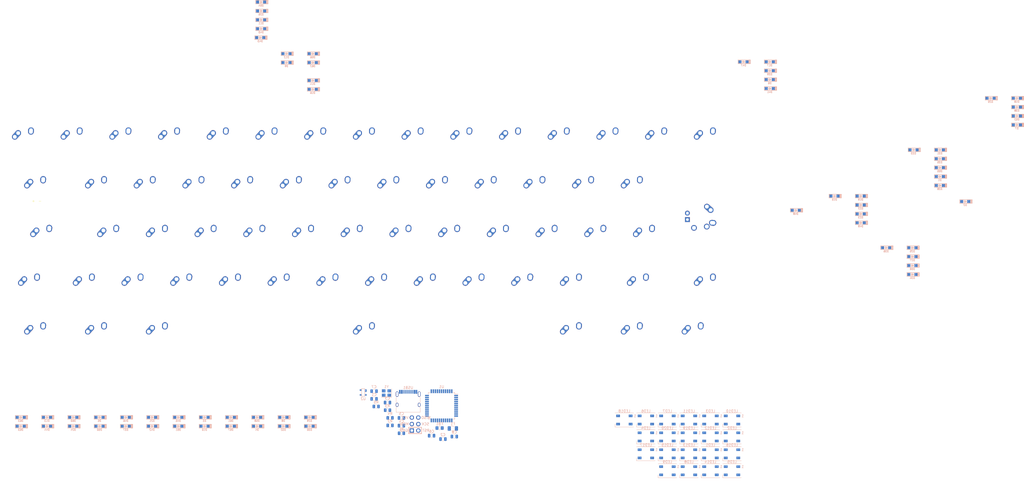
<source format=kicad_pcb>
(kicad_pcb (version 20211014) (generator pcbnew)
  (layers (0 "F.Cu" signal) (31 "B.Cu" signal) (34 "B.Paste" user) (35 "F.Paste" user) (36 "B.SilkS" user "B.Silkscreen") (37 "F.SilkS" user "F.Silkscreen") (38 "B.Mask" user) (39 "F.Mask" user) (44 "Edge.Cuts" user))
  (net 0 "")
  (net 14 "Net-(C7-Pad2)")
  (net 16 "ROW1")
  (net 17 "Net-(D1-Pad2)")
  (net 18 "Net-(D2-Pad2)")
  (net 19 "Net-(D3-Pad2)")
  (net 20 "Net-(D4-Pad2)")
  (net 21 "Net-(D5-Pad2)")
  (net 22 "Net-(D6-Pad2)")
  (net 23 "Net-(D7-Pad2)")
  (net 24 "Net-(D8-Pad2)")
  (net 25 "Net-(D9-Pad2)")
  (net 26 "Net-(D10-Pad2)")
  (net 27 "Net-(D11-Pad2)")
  (net 28 "Net-(D12-Pad2)")
  (net 29 "Net-(D13-Pad2)")
  (net 30 "Net-(D14-Pad2)")
  (net 31 "Net-(D15-Pad2)")
  (net 32 "ROW2")
  (net 33 "Net-(D16-Pad2)")
  (net 34 "Net-(D17-Pad2)")
  (net 35 "Net-(D18-Pad2)")
  (net 36 "Net-(D19-Pad2)")
  (net 37 "Net-(D20-Pad2)")
  (net 38 "Net-(D21-Pad2)")
  (net 39 "Net-(D22-Pad2)")
  (net 40 "Net-(D23-Pad2)")
  (net 41 "Net-(D24-Pad2)")
  (net 42 "Net-(D25-Pad2)")
  (net 43 "Net-(D26-Pad2)")
  (net 44 "Net-(D27-Pad2)")
  (net 45 "Net-(D28-Pad2)")
  (net 46 "Net-(D29-Pad2)")
  (net 47 "ROW3")
  (net 48 "Net-(D30-Pad2)")
  (net 49 "Net-(D31-Pad2)")
  (net 50 "Net-(D32-Pad2)")
  (net 51 "Net-(D33-Pad2)")
  (net 52 "Net-(D34-Pad2)")
  (net 53 "Net-(D35-Pad2)")
  (net 54 "Net-(D36-Pad2)")
  (net 55 "Net-(D37-Pad2)")
  (net 56 "Net-(D38-Pad2)")
  (net 57 "Net-(D39-Pad2)")
  (net 58 "Net-(D40-Pad2)")
  (net 59 "Net-(D41-Pad2)")
  (net 60 "Net-(D42-Pad2)")
  (net 61 "ROW4")
  (net 62 "Net-(D43-Pad2)")
  (net 63 "Net-(D44-Pad2)")
  (net 64 "Net-(D45-Pad2)")
  (net 65 "Net-(D46-Pad2)")
  (net 66 "Net-(D47-Pad2)")
  (net 67 "Net-(D48-Pad2)")
  (net 68 "Net-(D49-Pad2)")
  (net 69 "Net-(D50-Pad2)")
  (net 70 "Net-(D51-Pad2)")
  (net 71 "Net-(D52-Pad2)")
  (net 72 "Net-(D53-Pad2)")
  (net 73 "Net-(D54-Pad2)")
  (net 74 "Net-(D55-Pad2)")
  (net 75 "Net-(D56-Pad2)")
  (net 76 "ROW5")
  (net 77 "Net-(D57-Pad2)")
  (net 78 "Net-(D58-Pad2)")
  (net 79 "Net-(D59-Pad2)")
  (net 80 "Net-(D60-Pad2)")
  (net 81 "Net-(D61-Pad2)")
  (net 82 "Net-(D62-Pad2)")
  (net 83 "Net-(D63-Pad2)")
  (net 93 "GND")
  (net 97 "LED")
  (net 115 "Net-(LED11-Pad4)")
  (net 129 "Net-(LED10-Pad2)")
  (net 137 "Net-(LED12-Pad2)")
  (net 158 "Net-(LED17-Pad4)")
  (net 170 "COL1")
  (net 171 "COL2")
  (net 172 "COL3")
  (net 173 "COL4")
  (net 174 "COL5")
  (net 175 "COL6")
  (net 176 "COL7")
  (net 177 "COL8")
  (net 178 "COL9")
  (net 179 "COL10")
  (net 180 "COL11")
  (net 181 "COL12")
  (net 182 "COL13")
  (net 183 "COL14")
  (net 184 "COL15")
  (net 186 "Net-(R1-Pad2)")
  (footprint "MX_Alps_Hybrid:MX-1U-NoLED" (layer "F.Cu") (at 169.06875 70.64375)
    (fp_text reference "MX22")
    (fp_text value "~")
  )
  (footprint "MX_Alps_Hybrid:MX-1U-NoLED" (layer "F.Cu") (at 78.58125 89.69375)
    (fp_text reference "MX31")
    (fp_text value "~")
  )
  (footprint "MX_Alps_Hybrid:MX-1U-NoLED" (layer "F.Cu") (at 226.21875 70.64375)
    (fp_text reference "MX25")
    (fp_text value "~")
  )
  (footprint "MX_Alps_Hybrid:MX-1U-NoLED" (layer "F.Cu") (at 88.10625 108.74375)
    (fp_text reference "MX45")
    (fp_text value "~")
  )
  (footprint "MX_Alps_Hybrid:MX-1U-NoLED" (layer "F.Cu") (at 140.49375 51.59375)
    (fp_text reference "MX6")
    (fp_text value "~")
  )
  (footprint "MX_Alps_Hybrid:MX-1U-NoLED" (layer "F.Cu") (at 111.91875 70.64375)
    (fp_text reference "MX19")
    (fp_text value "~")
  )
  (footprint "MX_Alps_Hybrid:MX-1.75U-NoLED" (layer "F.Cu") (at 52.3875 89.69375)
    (fp_text reference "MX30")
    (fp_text value "~")
  )
  (footprint "MX_Alps_Hybrid:MX-1U-NoLED" (layer "F.Cu") (at 116.68125 89.69375)
    (fp_text reference "MX33")
    (fp_text value "~")
  )
  (footprint "MX_Alps_Hybrid:MX-1U-NoLED" (layer "F.Cu") (at 288.13125 89.69375)
    (fp_text reference "MX42")
    (fp_text value "~")
  )
  (footprint "MX_Alps_Hybrid:MX-1U-NoLED" (layer "F.Cu") (at 311.94375 108.74375)
    (fp_text reference "MX56")
    (fp_text value "~")
  )
  (footprint "MX_Alps_Hybrid:MX-ISO" (layer "F.Cu") (at 309.5625 80.16875)
    (fp_text reference "MX29")
    (fp_text value "~")
  )
  (footprint "MX_Alps_Hybrid:MX-7U-ReversedStabilizers-NoLED" (layer "F.Cu") (at 178.59375 127.79375)
    (fp_text reference "MX60")
    (fp_text value "~")
  )
  (footprint "MX_Alps_Hybrid:MX-1U-NoLED" (layer "F.Cu") (at 192.88125 89.69375)
    (fp_text reference "MX37")
    (fp_text value "~")
  )
  (footprint "MX_Alps_Hybrid:MX-1U-NoLED" (layer "F.Cu") (at 121.44375 51.59375)
    (fp_text reference "MX5")
    (fp_text value "~")
  )
  (footprint "MX_Alps_Hybrid:MX-1.5U-NoLED" (layer "F.Cu") (at 259.55625 127.79375)
    (fp_text reference "MX61")
    (fp_text value "~")
  )
  (footprint "MX_Alps_Hybrid:MX-1U-NoLED" (layer "F.Cu") (at 154.78125 89.69375)
    (fp_text reference "MX35")
    (fp_text value "~")
  )
  (footprint "MX_Alps_Hybrid:MX-1U-NoLED" (layer "F.Cu") (at 135.73125 89.69375)
    (fp_text reference "MX34")
    (fp_text value "~")
  )
  (footprint "MX_Alps_Hybrid:MX-1U-NoLED" (layer "F.Cu") (at 292.89375 51.59375)
    (fp_text reference "MX14")
    (fp_text value "~")
  )
  (footprint "MX_Alps_Hybrid:MX-1U-NoLED" (layer "F.Cu") (at 240.50625 108.74375)
    (fp_text reference "MX53")
    (fp_text value "~")
  )
  (footprint "MX_Alps_Hybrid:MX-1U-NoLED" (layer "F.Cu") (at 64.29375 51.59375)
    (fp_text reference "MX2")
    (fp_text value "~")
  )
  (footprint "MX_Alps_Hybrid:MX-1U-NoLED" (layer "F.Cu") (at 188.11875 70.64375)
    (fp_text reference "MX23")
    (fp_text value "~")
  )
  (footprint "MX_Alps_Hybrid:MX-1U-NoLED" (layer "F.Cu") (at 216.69375 51.59375)
    (fp_text reference "MX10")
    (fp_text value "~")
  )
  (footprint "MX_Alps_Hybrid:MX-1U-NoLED" (layer "F.Cu") (at 197.64375 51.59375)
    (fp_text reference "MX9")
    (fp_text value "~")
  )
  (footprint "MX_Alps_Hybrid:MX-1U-NoLED" (layer "F.Cu") (at 126.20625 108.74375)
    (fp_text reference "MX47")
    (fp_text value "~")
  )
  (footprint "MX_Alps_Hybrid:MX-1U-NoLED" (layer "F.Cu") (at 150.01875 70.64375)
    (fp_text reference "MX21")
    (fp_text value "~")
  )
  (footprint "MX_Alps_Hybrid:MX-1U-NoLED" (layer "F.Cu") (at 273.84375 51.59375)
    (fp_text reference "MX13")
    (fp_text value "~")
  )
  (footprint "MX_Alps_Hybrid:MX-1U-NoLED" (layer "F.Cu") (at 211.93125 89.69375)
    (fp_text reference "MX38")
    (fp_text value "~")
  )
  (footprint "MX_Alps_Hybrid:MX-1U-NoLED" (layer "F.Cu") (at 230.98125 89.69375)
    (fp_text reference "MX39")
    (fp_text value "~")
  )
  (footprint "MX_Alps_Hybrid:MX-1U-NoLED" (layer "F.Cu") (at 202.40625 108.74375)
    (fp_text reference "MX51")
    (fp_text value "~")
  )
  (footprint "MX_Alps_Hybrid:MX-1U-NoLED" (layer "F.Cu") (at 83.34375 51.59375)
    (fp_text reference "MX3")
    (fp_text value "~")
  )
  (footprint "MX_Alps_Hybrid:MX-1U-NoLED" (layer "F.Cu") (at 145.25625 108.74375)
    (fp_text reference "MX48")
    (fp_text value "~")
  )
  (footprint "MX_Alps_Hybrid:MX-1U-NoLED" (layer "F.Cu") (at 164.30625 108.74375)
    (fp_text reference "MX49")
    (fp_text value "~")
  )
  (footprint "MX_Alps_Hybrid:MX-1.5U-NoLED" (layer "F.Cu") (at 97.63125 127.79375)
    (fp_text reference "MX59")
    (fp_text value "~")
  )
  (footprint "MX_Alps_Hybrid:MX-1.25U-NoLED" (layer "F.Cu") (at 47.625 108.74375)
    (fp_text reference "MX43")
    (fp_text value "~")
  )
  (footprint "MX_Alps_Hybrid:MX-1U-NoLED" (layer "F.Cu") (at 254.79375 51.59375)
    (fp_text reference "MX12")
    (fp_text value "~")
  )
  (footprint "MX_Alps_Hybrid:MX-1U-NoLED" (layer "F.Cu") (at 130.96875 70.64375)
    (fp_text reference "MX20")
    (fp_text value "~")
  )
  (footprint "MX_Alps_Hybrid:MX-1U-NoLED" (layer "F.Cu") (at 283.36875 127.79375)
    (fp_text reference "MX62")
    (fp_text value "~")
  )
  (footprint "MX_Alps_Hybrid:MX-1U-NoLED" (layer "F.Cu") (at 73.81875 70.64375)
    (fp_text reference "MX17")
    (fp_text value "~")
  )
  (footprint "MX_Alps_Hybrid:MX-1U-NoLED" (layer "F.Cu") (at 311.94375 51.59375)
    (fp_text reference "MX15")
    (fp_text value "~")
  )
  (footprint "MX_Alps_Hybrid:MX-1U-NoLED" (layer "F.Cu") (at 73.81875 127.79375)
    (fp_text reference "MX58")
    (fp_text value "~")
  )
  (footprint "MX_Alps_Hybrid:MX-1U-NoLED" (layer "F.Cu") (at 159.54375 51.59375)
    (fp_text reference "MX7")
    (fp_text value "~")
  )
  (footprint "MX_Alps_Hybrid:MX-1.5U-NoLED" (layer "F.Cu") (at 50.00625 127.79375)
    (fp_text reference "MX57")
    (fp_text value "~")
  )
  (footprint "MX_Alps_Hybrid:MX-1.5U-NoLED" (layer "F.Cu") (at 307.18125 127.79375)
    (fp_text reference "MX63")
    (fp_text value "~")
  )
  (footprint "MX_Alps_Hybrid:MX-1U-NoLED" (layer "F.Cu") (at 250.03125 89.69375)
    (fp_text reference "MX40")
    (fp_text value "~")
  )
  (footprint "MX_Alps_Hybrid:MX-1.75U-NoLED" (layer "F.Cu") (at 285.75 108.74375)
    (fp_text reference "MX55")
    (fp_text value "~")
  )
  (footprint "MX_Alps_Hybrid:MX-1U-NoLED" (layer "F.Cu") (at 45.24375 51.59375)
    (fp_text reference "MX1")
    (fp_text value "MX-NoLED")
  )
  (footprint "MX_Alps_Hybrid:MX-1U-NoLED" (layer "F.Cu") (at 178.59375 51.59375)
    (fp_text reference "MX8")
    (fp_text value "~")
  )
  (footprint "MX_Alps_Hybrid:MX-1U-NoLED" (layer "F.Cu") (at 283.36875 70.64375)
    (fp_text reference "MX28")
    (fp_text value "~")
  )
  (footprint "MX_Alps_Hybrid:MX-1U-NoLED" (layer "F.Cu") (at 207.16875 70.64375)
    (fp_text reference "MX24")
    (fp_text value "~")
  )
  (footprint "MX_Alps_Hybrid:MX-1U-NoLED" (layer "F.Cu") (at 92.86875 70.64375)
    (fp_text reference "MX18")
    (fp_text value "~")
  )
  (footprint "MX_Alps_Hybrid:MX-1U-NoLED" (layer "F.Cu") (at 102.39375 51.59375)
    (fp_text reference "MX4")
    (fp_text value "~")
  )
  (footprint "MX_Alps_Hybrid:MX-1U-NoLED" (layer "F.Cu") (at 221.45625 108.74375)
    (fp_text reference "MX52")
    (fp_text value "~")
  )
  (footprint "MX_Alps_Hybrid:MX-1U-NoLED" (layer "F.Cu") (at 269.08125 89.69375)
    (fp_text reference "MX41")
    (fp_text value "~")
  )
  (footprint "MX_Alps_Hybrid:MX-1U-NoLED" (layer "F.Cu") (at 69.05625 108.74375)
    (fp_text reference "MX44")
    (fp_text value "~")
  )
  (footprint "MX_Alps_Hybrid:MX-1U-NoLED" (layer "F.Cu") (at 97.63125 89.69375)
    (fp_text reference "MX32")
    (fp_text value "~")
  )
  (footprint "MX_Alps_Hybrid:MX-1.5U-NoLED" (layer "F.Cu") (at 50.00625 70.64375)
    (fp_text reference "MX16")
    (fp_text value "~")
  )
  (footprint "MX_Alps_Hybrid:MX-1U-NoLED" (layer "F.Cu") (at 264.31875 70.64375)
    (fp_text reference "MX27")
    (fp_text value "~")
  )
  (footprint "MX_Alps_Hybrid:MX-1U-NoLED" (layer "F.Cu") (at 245.26875 70.64375)
    (fp_text reference "MX26")
    (fp_text value "~")
  )
  (footprint "MX_Alps_Hybrid:MX-1U-NoLED" (layer "F.Cu") (at 183.35625 108.74375)
    (fp_text reference "MX50")
    (fp_text value "~")
  )
  (footprint "MX_Alps_Hybrid:MX-1U-NoLED" (layer "F.Cu") (at 107.15625 108.74375)
    (fp_text reference "MX46")
    (fp_text value "~")
  )
  (footprint "MX_Alps_Hybrid:MX-1U-NoLED" (layer "F.Cu") (at 259.55625 108.74375)
    (fp_text reference "MX54")
    (fp_text value "~")
  )
  (footprint "MX_Alps_Hybrid:MX-1U-NoLED" (layer "F.Cu") (at 173.83125 89.69375)
    (fp_text reference "MX36")
    (fp_text value "~")
  )
  (footprint "MX_Alps_Hybrid:MX-1U-NoLED" (layer "F.Cu") (at 235.74375 51.59375)
    (fp_text reference "MX11")
    (fp_text value "~")
  )
  (footprint "keebio:D_SOD123F" (layer "B.Cu") (at 54.02375 158.75 180)
    (fp_text reference "D13")
    (fp_text value "~" hide)
  )
  (footprint "LED_SMD:LED_WS2812B_PLCC4_5.0x5.0mm_P3.2mm" (layer "B.Cu") (at 313.50506 179.6575 180)
    (fp_text reference "LED14")
    (fp_text value "~")
  )
  (footprint "Capacitor_SMD:C_0805_2012Metric" (layer "B.Cu") (at 204.429286 165.935 180)
    (fp_text reference "C6")
    (fp_text value "0.1uF")
  )
  (footprint "keebio:D_SOD123F" (layer "B.Cu") (at 64.29375 158.75 180)
    (fp_text reference "D60")
    (fp_text value "~" hide)
  )
  (footprint "keebio:D_SOD123F" (layer "B.Cu") (at 137.41625 10.2675 180)
    (fp_text reference "D43")
    (fp_text value "~" hide)
  )
  (footprint "keebio:D_SOD123F" (layer "B.Cu") (at 125.91375 158.75 180)
    (fp_text reference "D61")
    (fp_text value "~" hide)
  )
  (footprint "keebio:D_SOD123F" (layer "B.Cu") (at 95.10375 162.23 180)
    (fp_text reference "D42")
    (fp_text value "~" hide)
  )
  (footprint "LED_SMD:LED_WS2812B_PLCC4_5.0x5.0mm_P3.2mm" (layer "B.Cu") (at 313.50506 159.7975 180)
    (fp_text reference "LED3")
    (fp_text value "~")
  )
  (footprint "Fuse:Fuse_1206_3216Metric" (layer "B.Cu") (at 212.749286 163.125 180)
    (fp_text reference "F1")
    (fp_text value "500mA")
  )
  (footprint "LED_SMD:LED_WS2812B_PLCC4_5.0x5.0mm_P3.2mm" (layer "B.Cu") (at 321.92506 166.4175 180)
    (fp_text reference "LED2")
    (fp_text value "~")
  )
  (footprint "Capacitor_SMD:C_0805_2012Metric" (layer "B.Cu") (at 208.879286 167.265 180)
    (fp_text reference "C2")
    (fp_text value "22pF")
  )
  (footprint "Crystal:Crystal_SMD_3225-4Pin_3.2x2.5mm" (layer "B.Cu") (at 186.789286 149.255 180)
    (fp_text reference "Y1")
    (fp_text value "16MHz")
  )
  (footprint "keebio:D_SOD123F" (layer "B.Cu") (at 146.45375 162.23 180)
    (fp_text reference "D32")
    (fp_text value "~" hide)
  )
  (footprint "Resistor_SMD:R_0805_2012Metric" (layer "B.Cu") (at 188.199286 161.925 180)
    (fp_text reference "R2")
    (fp_text value "5.1k")
  )
  (footprint "random-keyboard-parts:SOT143B" (layer "B.Cu") (at 177.689286 149.055 180)
    (fp_text reference "U2")
    (fp_text value "PRTR5V0U2X")
  )
  (footprint "keebio:D_SOD123F" (layer "B.Cu") (at 372.26875 79.19125 180)
    (fp_text reference "D23")
    (fp_text value "~" hide)
  )
  (footprint "LED_SMD:LED_WS2812B_PLCC4_5.0x5.0mm_P3.2mm" (layer "B.Cu") (at 305.08506 159.7975 180)
    (fp_text reference "LED11")
    (fp_text value "~")
  )
  (footprint "keebio:D_SOD123F" (layer "B.Cu") (at 125.91375 162.23 180)
    (fp_text reference "D57")
    (fp_text value "~" hide)
  )
  (footprint "LED_SMD:LED_WS2812B_PLCC4_5.0x5.0mm_P3.2mm" (layer "B.Cu") (at 296.66506 166.4175 180)
    (fp_text reference "LED20")
    (fp_text value "~")
  )
  (footprint "keebio:D_SOD123F" (layer "B.Cu") (at 336.695 30.1625 180)
    (fp_text reference "D41")
    (fp_text value "~" hide)
  )
  (footprint "keebio:D_SOD123F" (layer "B.Cu") (at 423.0635 33.9536 180)
    (fp_text reference "D20")
    (fp_text value "~" hide)
  )
  (footprint "random-keyboard-parts:Reset_Pretty-Mask" (layer "B.Cu") (at 197.979286 161.39 180)
    (fp_text reference "J1")
    (fp_text value "AVR-ISP-6")
  )
  (footprint "Resistor_SMD:R_0805_2012Metric" (layer "B.Cu") (at 187.209286 155.965 180)
    (fp_text reference "R3")
    (fp_text value "5.1k")
  )
  (footprint "keebio:D_SOD123F" (layer "B.Cu") (at 413.1335 74.3536 180)
    (fp_text reference "D2")
    (fp_text value "~" hide)
  )
  (footprint "keebio:D_SOD123F" (layer "B.Cu") (at 403.2035 61.1136 180)
    (fp_text reference "D55")
    (fp_text value "~" hide)
  )
  (footprint "Capacitor_SMD:C_0805_2012Metric" (layer "B.Cu") (at 187.189286 152.985 180)
    (fp_text reference "C3")
    (fp_text value "22pF")
  )
  (footprint "keebio:D_SOD123F" (layer "B.Cu") (at 372.26875 72.23125 180)
    (fp_text reference "D19")
    (fp_text value "~" hide)
  )
  (footprint "keebio:D_SOD123F" (layer "B.Cu") (at 137.75625 6.7875 180)
    (fp_text reference "D40")
    (fp_text value "~" hide)
  )
  (footprint "keebio:D_SOD123F" (layer "B.Cu") (at 361.99875 72.23125 180)
    (fp_text reference "D15")
    (fp_text value "~" hide)
  )
  (footprint "keebio:D_SOD123F" (layer "B.Cu") (at 43.75375 162.23 180)
    (fp_text reference "D53")
    (fp_text value "~" hide)
  )
  (footprint "keebio:D_SOD123F" (layer "B.Cu") (at 156.72375 158.75 180)
    (fp_text reference "D29")
    (fp_text value "~" hide)
  )
  (footprint "Inductor_SMD:L_0805_2012Metric_Pad1.15x1.40mm_HandSolder" (layer "B.Cu") (at 207.569286 162.955 180)
    (fp_text reference "FB1")
    (fp_text value "Ferrite_Bead_Small")
  )
  (footprint "keebio:D_SOD123F" (layer "B.Cu") (at 84.83375 162.23 180)
    (fp_text reference "D37")
    (fp_text value "~" hide)
  )
  (footprint "LED_SMD:LED_WS2812B_PLCC4_5.0x5.0mm_P3.2mm" (layer "B.Cu") (at 305.08506 179.6575 180)
    (fp_text reference "LED8")
    (fp_text value "~")
  )
  (footprint "LED_SMD:LED_WS2812B_PLCC4_5.0x5.0mm_P3.2mm" (layer "B.Cu") (at 279.82506 159.7975 180)
    (fp_text reference "LED18")
    (fp_text value "~")
  )
  (footprint "keebio:D_SOD123F" (layer "B.Cu") (at 326.425 19.7225 180)
    (fp_text reference "D47")
    (fp_text value "~" hide)
  )
  (footprint "Package_QFP:TQFP-44_10x10mm_P0.8mm" (layer "B.Cu") (at 208.329286 154.255 180)
    (fp_text reference "U1")
    (fp_text value "ATmega32U4-AU")
  )
  (footprint "keebio:D_SOD123F" (layer "B.Cu") (at 382.19875 92.43125 180)
    (fp_text reference "D36")
    (fp_text value "~" hide)
  )
  (footprint "keebio:D_SOD123F" (layer "B.Cu") (at 346.86875 77.7875 180)
    (fp_text reference "D48")
    (fp_text value "~" hide)
  )
  (footprint "keebio:D_SOD123F" (layer "B.Cu") (at 105.37375 158.75 180)
    (fp_text reference "D45")
    (fp_text value "~" hide)
  )
  (footprint "keebio:D_SOD123F" (layer "B.Cu") (at 137.75625 -3.6525 180)
    (fp_text reference "D54")
    (fp_text value "~" hide)
  )
  (footprint "keebio:D_SOD123F" (layer "B.Cu") (at 147.68625 16.5475 180)
    (fp_text reference "D12")
    (fp_text value "~" hide)
  )
  (footprint "keebio:D_SOD123F" (layer "B.Cu") (at 137.75625 3.3075 180)
    (fp_text reference "D11")
    (fp_text value "~" hide)
  )
  (footprint "keebio:D_SOD123F" (layer "B.Cu") (at 146.45375 158.75 180)
    (fp_text reference "D8")
    (fp_text value "~" hide)
  )
  (footprint "keebio:D_SOD123F" (layer "B.Cu") (at 157.95625 16.5475 180)
    (fp_text reference "D56")
    (fp_text value "~" hide)
  )
  (footprint "keebio:D_SOD123F" (layer "B.Cu") (at 392.46875 99.39125 180)
    (fp_text reference "D59")
    (fp_text value "~" hide)
  )
  (footprint "keebio:D_SOD123F" (layer "B.Cu") (at 372.26875 75.71125 180)
    (fp_text reference "D22")
    (fp_text value "~" hide)
  )
  (footprint "keebio:D_SOD123F" (layer "B.Cu") (at 105.37375 162.23 180)
    (fp_text reference "D51")
    (fp_text value "~" hide)
  )
  (footprint "keebio:D_SOD123F" (layer "B.Cu") (at 433.3335 40.9136 180)
    (fp_text reference "D52")
    (fp_text value "~" hide)
  )
  (footprint "LED_SMD:LED_WS2812B_PLCC4_5.0x5.0mm_P3.2mm" (layer "B.Cu") (at 296.66506 173.0375 180)
    (fp_text reference "LED15")
    (fp_text value "~")
  )
  (footprint "keebio:D_SOD123F" (layer "B.Cu") (at 433.3335 33.9536 180)
    (fp_text reference "D18")
    (fp_text value "~" hide)
  )
  (footprint "keebio:D_SOD123F" (layer "B.Cu") (at 115.64375 162.23 180)
    (fp_text reference "D10")
    (fp_text value "~" hide)
  )
  (footprint "Resistor_SMD:R_0805_2012Metric" (layer "B.Cu") (at 182.759286 154.525 180)
    (fp_text reference "R5")
    (fp_text value "22")
  )
  (footprint "keebio:D_SOD123F" (layer "B.Cu") (at 403.2035 64.5936 180)
    (fp_text reference "D1")
    (fp_text value "D_Small" hide)
  )
  (footprint "keebio:D_SOD123F" (layer "B.Cu") (at 392.9335 54.1536 180)
    (fp_text reference "D33")
    (fp_text value "~" hide)
  )
  (footprint "keebio:D_SOD123F" (layer "B.Cu") (at 392.46875 92.43125 180)
    (fp_text reference "D25")
    (fp_text value "~" hide)
  )
  (footprint "keebio:D_SOD123F" (layer "B.Cu") (at 156.72375 162.23 180)
    (fp_text reference "D30")
    (fp_text value "~" hide)
  )
  (footprint "Capacitor_SMD:C_0805_2012Metric" (layer "B.Cu") (at 181.939286 148.535 180)
    (fp_text reference "C7")
    (fp_text value "0.1uF")
  )
  (footprint "LED_SMD:LED_WS2812B_PLCC4_5.0x5.0mm_P3.2mm" (layer "B.Cu") (at 288.24506 166.4175 180)
    (fp_text reference "LED4")
    (fp_text value "~")
  )
  (footprint "keebio:D_SOD123F" (layer "B.Cu") (at 403.2035 54.1536 180)
    (fp_text reference "D31")
    (fp_text value "~" hide)
  )
  (footprint "LED_SMD:LED_WS2812B_PLCC4_5.0x5.0mm_P3.2mm" (layer "B.Cu") (at 305.08506 166.4175 180)
    (fp_text reference "LED19")
    (fp_text value "~")
  )
  (footprint "keebio:D_SOD123F" (layer "B.Cu") (at 74.56375 162.23 180)
    (fp_text reference "D50")
    (fp_text value "~" hide)
  )
  (footprint "keebio:D_SOD123F" (layer "B.Cu") (at 392.46875 95.91125 180)
    (fp_text reference "D27")
    (fp_text value "~" hide)
  )
  (footprint "keebio:D_SOD123F" (layer "B.Cu") (at 403.2035 68.0736 180)
    (fp_text reference "D28")
    (fp_text value "~" hide)
  )
  (footprint "keebio:D_SOD123F" (layer "B.Cu") (at 157.95625 26.9875 180)
    (fp_text reference "D14")
    (fp_text value "~" hide)
  )
  (footprint "keebio:D_SOD123F" (layer "B.Cu") (at 433.3335 44.3936 180)
    (fp_text reference "D7")
    (fp_text value "~" hide)
  )
  (footprint "keebio:D_SOD123F" (layer "B.Cu") (at 336.695 26.6825 180)
    (fp_text reference "D6")
    (fp_text value "~" hide)
  )
  (footprint "keebio:D_SOD123F" (layer "B.Cu") (at 137.75625 -0.1725 180)
    (fp_text reference "D26")
    (fp_text value "~" hide)
  )
  (footprint "keebio:D_SOD123F" (layer "B.Cu") (at 372.26875 82.67125 180)
    (fp_text reference "D49")
    (fp_text value "~" hide)
  )
  (footprint "Connector_USB:USB_C_Receptacle_HRO_TYPE-C-31-M-12" (layer "B.Cu") (at 195.259286 152.825 180)
    (fp_text reference "USB1")
    (fp_text value "USB_C_Receptacle_USB2.0")
  )
  (footprint "keebio:D_SOD123F" (layer "B.Cu") (at 115.64375 158.75 180)
    (fp_text reference "D3")
    (fp_text value "~" hide)
  )
  (footprint "keebio:D_SOD123F" (layer "B.Cu") (at 336.695 23.2025 180)
    (fp_text reference "D39")
    (fp_text value "~" hide)
  )
  (footprint "LED_SMD:LED_WS2812B_PLCC4_5.0x5.0mm_P3.2mm" (layer "B.Cu") (at 313.50506 166.4175 180)
    (fp_text reference "LED12")
    (fp_text value "~")
  )
  (footprint "keebio:D_SOD123F" (layer "B.Cu") (at 54.02375 162.23 180)
    (fp_text reference "D44")
    (fp_text value "~" hide)
  )
  (footprint "keebio:D_SOD123F" (layer "B.Cu") (at 147.68625 20.0275 180)
    (fp_text reference "D9")
    (fp_text value "~" hide)
  )
  (footprint "LED_SMD:LED_WS2812B_PLCC4_5.0x5.0mm_P3.2mm" (layer "B.Cu") (at 321.92506 159.7975 180)
    (fp_text reference "LED10")
    (fp_text value "~")
  )
  (footprint "LED_SMD:LED_WS2812B_PLCC4_5.0x5.0mm_P3.2mm" (layer "B.Cu") (at 321.92506 179.6575 180)
    (fp_text reference "LED5")
    (fp_text value "~")
  )
  (footprint "keebio:D_SOD123F" (layer "B.Cu") (at 74.56375 158.75 180)
    (fp_text reference "D5")
    (fp_text value "~" hide)
  )
  (footprint "LED_SMD:LED_WS2812B_PLCC4_5.0x5.0mm_P3.2mm" (layer "B.Cu") (at 313.50506 173.0375 180)
    (fp_text reference "LED1")
    (fp_text value "~")
  )
  (footprint "keebio:D_SOD123F" (layer "B.Cu") (at 433.3335 37.4336 180)
    (fp_text reference "D38")
    (fp_text value "~" hide)
  )
  (footprint "keebio:D_SOD123F" (layer "B.Cu") (at 95.10375 158.75 180)
    (fp_text reference "D21")
    (fp_text value "~" hide)
  )
  (footprint "LED_SMD:LED_WS2812B_PLCC4_5.0x5.0mm_P3.2mm" (layer "B.Cu") (at 288.24506 159.7975 180)
    (fp_text reference "LED6")
    (fp_text value "~")
  )
  (footprint "LED_SMD:LED_WS2812B_PLCC4_5.0x5.0mm_P3.2mm" (layer "B.Cu") (at 321.92506 173.0375 180)
    (fp_text reference "LED16")
    (fp_text value "~")
  )
  (footprint "keebio:D_SOD123F" (layer "B.Cu") (at 403.2035 57.6336 180)
    (fp_text reference "D35")
    (fp_text value "~" hide)
  )
  (footprint "keebio:D_SOD123F" (layer "B.Cu") (at 392.46875 102.87125 180)
    (fp_text reference "D34")
    (fp_text value "~" hide)
  )
  (footprint "Resistor_SMD:R_0805_2012Metric" (layer "B.Cu") (at 192.649286 164.995 180)
    (fp_text reference "R1")
    (fp_text value "10k")
  )
  (footprint "LED_SMD:LED_WS2812B_PLCC4_5.0x5.0mm_P3.2mm" (layer "B.Cu") (at 288.24506 173.0375 180)
    (fp_text reference "LED17")
    (fp_text value "~")
  )
  (footprint "Capacitor_SMD:C_0805_2012Metric" (layer "B.Cu") (at 181.939286 151.545 180)
    (fp_text reference "C1")
    (fp_text value "1uF")
  )
  (footprint "keebio:D_SOD123F" (layer "B.Cu") (at 157.95625 30.4675 180)
    (fp_text reference "D16")
    (fp_text value "~" hide)
  )
  (footprint "keebio:D_SOD123F" (layer "B.Cu") (at 136.18375 162.23 180)
    (fp_text reference "D4")
    (fp_text value "~" hide)
  )
  (footprint "keebio:D_SOD123F" (layer "B.Cu") (at 84.83375 158.75 180)
    (fp_text reference "D46")
    (fp_text value "~" hide)
  )
  (footprint "LED_SMD:LED_WS2812B_PLCC4_5.0x5.0mm_P3.2mm" (layer "B.Cu") (at 296.66506 159.7975 180)
    (fp_text reference "LED7")
    (fp_text value "~")
  )
  (footprint "keebio:D_SOD123F" (layer "B.Cu") (at 157.95625 20.0275 180)
    (fp_text reference "D62")
    (fp_text value "~" hide)
  )
  (footprint "Capacitor_SMD:C_0805_2012Metric" (layer "B.Cu") (at 213.329286 166.275 180)
    (fp_text reference "C8")
    (fp_text value "10uF")
  )
  (footprint "keebio:D_SOD123F" (layer "B.Cu") (at 136.18375 158.75 180)
    (fp_text reference "D58")
    (fp_text value "~" hide)
  )
  (footprint "keebio:D_SOD123F" (layer "B.Cu") (at 336.695 19.7225 180)
    (fp_text reference "D17")
    (fp_text value "~" hide)
  )
  (footprint "keebio:D_SOD123F" (layer "B.Cu") (at 43.75375 158.75 180)
    (fp_text reference "D63")
    (fp_text value "~" hide)
  )
  (footprint "LED_SMD:LED_WS2812B_PLCC4_5.0x5.0mm_P3.2mm" (layer "B.Cu") (at 305.08506 173.0375 180)
    (fp_text reference "LED13")
    (fp_text value "~")
  )
  (footprint "keebio:D_SOD123F" (layer "B.Cu") (at 64.29375 162.23 180)
    (fp_text reference "D24")
    (fp_text value "~" hide)
  )
  (footprint "LED_SMD:LED_WS2812B_PLCC4_5.0x5.0mm_P3.2mm" (layer "B.Cu") (at 296.66506 179.6575 180)
    (fp_text reference "LED9")
    (fp_text value "~")
  )
  (footprint "Resistor_SMD:R_0805_2012Metric" (layer "B.Cu") (at 188.199286 158.975 180)
    (fp_text reference "R4")
    (fp_text value "22")
  )
  (footprint "Capacitor_SMD:C_0805_2012Metric" (layer "B.Cu") (at 192.629286 159.005 180)
    (fp_text reference "C5")
    (fp_text value "0.1uF")
  )
  (footprint "Capacitor_SMD:C_0805_2012Metric" (layer "B.Cu") (at 192.629286 162.015 180)
    (fp_text reference "C4")
    (fp_text value "0.1uF")
  )
)
</source>
